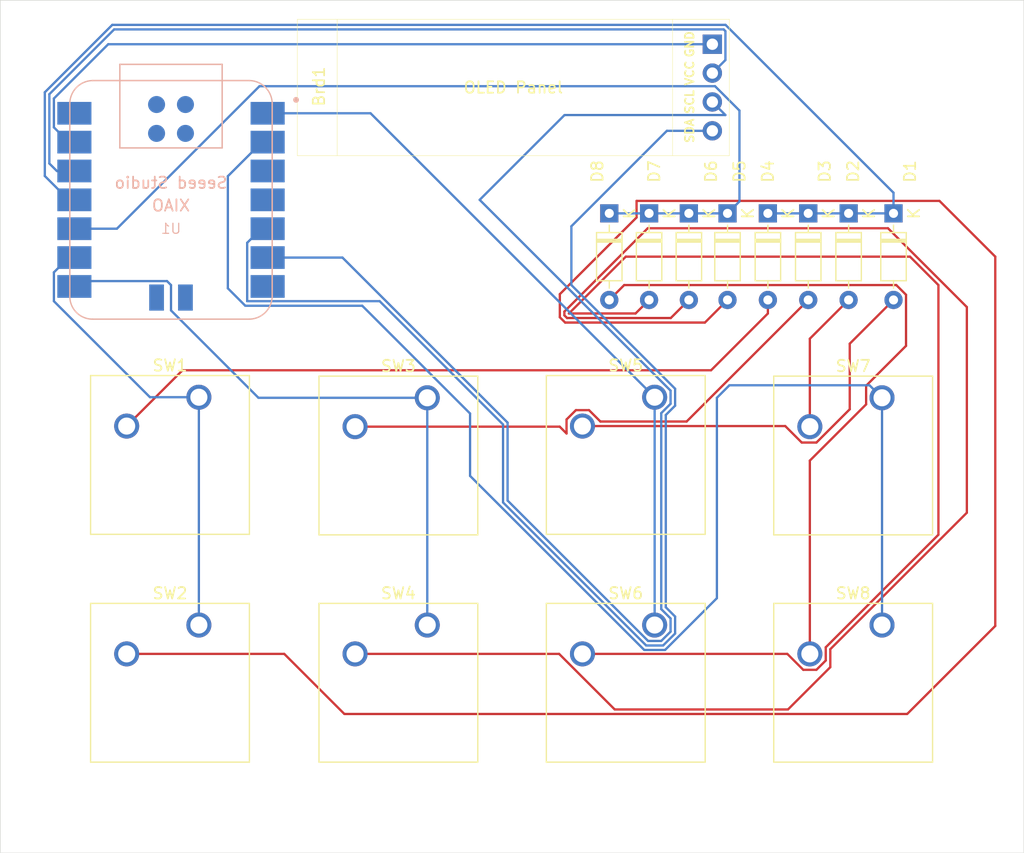
<source format=kicad_pcb>
(kicad_pcb (version 20240108) (generator "pcbnew") (generator_version "8.0")
  (layers (0 "F.Cu" signal) (31 "B.Cu" signal) (34 "B.Paste" user) (35 "F.Paste" user) (36 "B.SilkS" user "B.Silkscreen") (37 "F.SilkS" user "F.Silkscreen") (38 "B.Mask" user) (39 "F.Mask" user) (44 "Edge.Cuts" user))
  (net 0 "")
  (net 1 "+3.3V")
  (net 2 "SCL")
  (net 3 "SDA")
  (net 4 "GND")
  (net 5 "Net-(D1-A)")
  (net 6 "Row 1")
  (net 7 "Net-(D2-A)")
  (net 8 "Net-(D3-A)")
  (net 9 "Net-(D4-A)")
  (net 10 "Row 2")
  (net 11 "Net-(D5-A)")
  (net 12 "Net-(D6-A)")
  (net 13 "Net-(D7-A)")
  (net 14 "Net-(D8-A)")
  (net 15 "Col 1")
  (net 16 "Col 2")
  (net 17 "Col 3")
  (net 18 "Col 4")
  (footprint "Button_Switch_Keyboard:SW_Cherry_MX_1.00u_PCB" (layer "F.Cu") (at 152.54 59.87)
    (property "Reference" "SW5" (at -2.54 -2.794 0) (layer "F.SilkS"))
    (property "Value" "SW_Push")
    (fp_line (start -9.525 -1.905) (end 4.445 -1.905) (stroke (width 0.12)) (layer "F.SilkS"))
    (fp_line (start -9.525 12.065) (end -9.525 -1.905) (stroke (width 0.12)) (layer "F.SilkS"))
    (fp_line (start 4.445 -1.905) (end 4.445 12.065) (stroke (width 0.12)) (layer "F.SilkS"))
    (fp_line (start 4.445 12.065) (end -9.525 12.065) (stroke (width 0.12)) (layer "F.SilkS"))
    (pad "" np_thru_hole circle (at -7.62 5.08) (size 1.7 1.7) (drill 1.7) (layers "*.Cu" "*.Mask"))
    (pad "" np_thru_hole circle (at -2.54 5.08) (size 4 4) (drill 4) (layers "*.Cu" "*.Mask"))
    (pad "" np_thru_hole circle (at 2.54 5.08) (size 1.7 1.7) (drill 1.7) (layers "*.Cu" "*.Mask"))
    (pad "1" thru_hole circle (at 0 0) (size 2.2 2.2) (drill 1.5) (layers "*.Cu" "*.Mask") (net 17 "Col 3"))
    (pad "2" thru_hole circle (at -6.35 2.54) (size 2.2 2.2) (drill 1.5) (layers "*.Cu" "*.Mask") (net 5 "Net-(D1-A)"))
  )
  (footprint "Diode_THT:D_DO-35_SOD27_P7.62mm_Horizontal" (layer "F.Cu") (at 162.5 43.69 -90)
    (property "Reference" "D4" (at -3.69 0 90) (layer "F.SilkS"))
    (property "Value" "1N4148")
    (fp_line (start 1.69 1.12) (end 5.93 1.12) (stroke (width 0.12)) (layer "F.SilkS"))
    (fp_line (start 5.93 1.12) (end 5.93 -1.12) (stroke (width 0.12)) (layer "F.SilkS"))
    (fp_line (start 1.04 0) (end 1.69 0) (stroke (width 0.12)) (layer "F.SilkS"))
    (fp_line (start 6.58 0) (end 5.93 0) (stroke (width 0.12)) (layer "F.SilkS"))
    (fp_line (start 1.69 -1.12) (end 1.69 1.12) (stroke (width 0.12)) (layer "F.SilkS"))
    (fp_line (start 2.29 -1.12) (end 2.29 1.12) (stroke (width 0.12)) (layer "F.SilkS"))
    (fp_line (start 2.41 -1.12) (end 2.41 1.12) (stroke (width 0.12)) (layer "F.SilkS"))
    (fp_line (start 2.53 -1.12) (end 2.53 1.12) (stroke (width 0.12)) (layer "F.SilkS"))
    (fp_line (start 5.93 -1.12) (end 1.69 -1.12) (stroke (width 0.12)) (layer "F.SilkS"))
    (fp_text user "K" (at 0 -1.8 90) (layer "F.SilkS"))
    (pad "1" thru_hole rect (at 0 0 270) (size 1.6 1.6) (drill 0.8) (layers "*.Cu" "*.Mask") (net 6 "Row 1"))
    (pad "2" thru_hole oval (at 7.62 0 270) (size 1.6 1.6) (drill 0.8) (layers "*.Cu" "*.Mask") (net 9 "Net-(D4-A)"))
  )
  (footprint "Button_Switch_Keyboard:SW_Cherry_MX_1.00u_PCB" (layer "F.Cu") (at 112.451 59.87)
    (property "Reference" "SW1" (at -2.54 -2.794 0) (layer "F.SilkS"))
    (property "Value" "SW_Push")
    (fp_line (start -9.525 -1.905) (end 4.445 -1.905) (stroke (width 0.12)) (layer "F.SilkS"))
    (fp_line (start -9.525 12.065) (end -9.525 -1.905) (stroke (width 0.12)) (layer "F.SilkS"))
    (fp_line (start 4.445 -1.905) (end 4.445 12.065) (stroke (width 0.12)) (layer "F.SilkS"))
    (fp_line (start 4.445 12.065) (end -9.525 12.065) (stroke (width 0.12)) (layer "F.SilkS"))
    (pad "" np_thru_hole circle (at -7.62 5.08) (size 1.7 1.7) (drill 1.7) (layers "*.Cu" "*.Mask"))
    (pad "" np_thru_hole circle (at -2.54 5.08) (size 4 4) (drill 4) (layers "*.Cu" "*.Mask"))
    (pad "" np_thru_hole circle (at 2.54 5.08) (size 1.7 1.7) (drill 1.7) (layers "*.Cu" "*.Mask"))
    (pad "1" thru_hole circle (at 0 0) (size 2.2 2.2) (drill 1.5) (layers "*.Cu" "*.Mask") (net 15 "Col 1"))
    (pad "2" thru_hole circle (at -6.35 2.54) (size 2.2 2.2) (drill 1.5) (layers "*.Cu" "*.Mask") (net 9 "Net-(D4-A)"))
  )
  (footprint "Diode_THT:D_DO-35_SOD27_P7.62mm_Horizontal" (layer "F.Cu") (at 173.55 43.69 -90)
    (property "Reference" "D1" (at -3.69 -1.45 90) (layer "F.SilkS"))
    (property "Value" "1N4148")
    (fp_line (start 1.69 1.12) (end 5.93 1.12) (stroke (width 0.12)) (layer "F.SilkS"))
    (fp_line (start 5.93 1.12) (end 5.93 -1.12) (stroke (width 0.12)) (layer "F.SilkS"))
    (fp_line (start 1.04 0) (end 1.69 0) (stroke (width 0.12)) (layer "F.SilkS"))
    (fp_line (start 6.58 0) (end 5.93 0) (stroke (width 0.12)) (layer "F.SilkS"))
    (fp_line (start 1.69 -1.12) (end 1.69 1.12) (stroke (width 0.12)) (layer "F.SilkS"))
    (fp_line (start 2.29 -1.12) (end 2.29 1.12) (stroke (width 0.12)) (layer "F.SilkS"))
    (fp_line (start 2.41 -1.12) (end 2.41 1.12) (stroke (width 0.12)) (layer "F.SilkS"))
    (fp_line (start 2.53 -1.12) (end 2.53 1.12) (stroke (width 0.12)) (layer "F.SilkS"))
    (fp_line (start 5.93 -1.12) (end 1.69 -1.12) (stroke (width 0.12)) (layer "F.SilkS"))
    (fp_text user "K" (at 0 -1.8 90) (layer "F.SilkS"))
    (pad "1" thru_hole rect (at 0 0 270) (size 1.6 1.6) (drill 0.8) (layers "*.Cu" "*.Mask") (net 6 "Row 1"))
    (pad "2" thru_hole oval (at 7.62 0 270) (size 1.6 1.6) (drill 0.8) (layers "*.Cu" "*.Mask") (net 5 "Net-(D1-A)"))
  )
  (footprint "Button_Switch_Keyboard:SW_Cherry_MX_1.00u_PCB" (layer "F.Cu") (at 172.54 79.92)
    (property "Reference" "SW8" (at -2.54 -2.794 0) (layer "F.SilkS"))
    (property "Value" "SW_Push")
    (fp_line (start -9.525 -1.905) (end 4.445 -1.905) (stroke (width 0.12)) (layer "F.SilkS"))
    (fp_line (start -9.525 12.065) (end -9.525 -1.905) (stroke (width 0.12)) (layer "F.SilkS"))
    (fp_line (start 4.445 -1.905) (end 4.445 12.065) (stroke (width 0.12)) (layer "F.SilkS"))
    (fp_line (start 4.445 12.065) (end -9.525 12.065) (stroke (width 0.12)) (layer "F.SilkS"))
    (pad "" np_thru_hole circle (at -7.62 5.08) (size 1.7 1.7) (drill 1.7) (layers "*.Cu" "*.Mask"))
    (pad "" np_thru_hole circle (at -2.54 5.08) (size 4 4) (drill 4) (layers "*.Cu" "*.Mask"))
    (pad "" np_thru_hole circle (at 2.54 5.08) (size 1.7 1.7) (drill 1.7) (layers "*.Cu" "*.Mask"))
    (pad "1" thru_hole circle (at 0 0) (size 2.2 2.2) (drill 1.5) (layers "*.Cu" "*.Mask") (net 18 "Col 4"))
    (pad "2" thru_hole circle (at -6.35 2.54) (size 2.2 2.2) (drill 1.5) (layers "*.Cu" "*.Mask") (net 14 "Net-(D8-A)"))
  )
  (footprint "Button_Switch_Keyboard:SW_Cherry_MX_1.00u_PCB" (layer "F.Cu") (at 172.54 59.92)
    (property "Reference" "SW7" (at -2.54 -2.794 0) (layer "F.SilkS"))
    (property "Value" "SW_Push")
    (fp_line (start -9.525 -1.905) (end 4.445 -1.905) (stroke (width 0.12)) (layer "F.SilkS"))
    (fp_line (start -9.525 12.065) (end -9.525 -1.905) (stroke (width 0.12)) (layer "F.SilkS"))
    (fp_line (start 4.445 -1.905) (end 4.445 12.065) (stroke (width 0.12)) (layer "F.SilkS"))
    (fp_line (start 4.445 12.065) (end -9.525 12.065) (stroke (width 0.12)) (layer "F.SilkS"))
    (pad "" np_thru_hole circle (at -7.62 5.08) (size 1.7 1.7) (drill 1.7) (layers "*.Cu" "*.Mask"))
    (pad "" np_thru_hole circle (at -2.54 5.08) (size 4 4) (drill 4) (layers "*.Cu" "*.Mask"))
    (pad "" np_thru_hole circle (at 2.54 5.08) (size 1.7 1.7) (drill 1.7) (layers "*.Cu" "*.Mask"))
    (pad "1" thru_hole circle (at 0 0) (size 2.2 2.2) (drill 1.5) (layers "*.Cu" "*.Mask") (net 18 "Col 4"))
    (pad "2" thru_hole circle (at -6.35 2.54) (size 2.2 2.2) (drill 1.5) (layers "*.Cu" "*.Mask") (net 7 "Net-(D2-A)"))
  )
  (footprint "Diode_THT:D_DO-35_SOD27_P7.62mm_Horizontal" (layer "F.Cu") (at 155.55 43.69 -90)
    (property "Reference" "D6" (at -3.69 -1.95 90) (layer "F.SilkS"))
    (property "Value" "1N4148")
    (fp_line (start 1.69 1.12) (end 5.93 1.12) (stroke (width 0.12)) (layer "F.SilkS"))
    (fp_line (start 5.93 1.12) (end 5.93 -1.12) (stroke (width 0.12)) (layer "F.SilkS"))
    (fp_line (start 1.04 0) (end 1.69 0) (stroke (width 0.12)) (layer "F.SilkS"))
    (fp_line (start 6.58 0) (end 5.93 0) (stroke (width 0.12)) (layer "F.SilkS"))
    (fp_line (start 1.69 -1.12) (end 1.69 1.12) (stroke (width 0.12)) (layer "F.SilkS"))
    (fp_line (start 2.29 -1.12) (end 2.29 1.12) (stroke (width 0.12)) (layer "F.SilkS"))
    (fp_line (start 2.41 -1.12) (end 2.41 1.12) (stroke (width 0.12)) (layer "F.SilkS"))
    (fp_line (start 2.53 -1.12) (end 2.53 1.12) (stroke (width 0.12)) (layer "F.SilkS"))
    (fp_line (start 5.93 -1.12) (end 1.69 -1.12) (stroke (width 0.12)) (layer "F.SilkS"))
    (fp_text user "K" (at 0 -1.8 90) (layer "F.SilkS"))
    (pad "1" thru_hole rect (at 0 0 270) (size 1.6 1.6) (drill 0.8) (layers "*.Cu" "*.Mask") (net 10 "Row 2"))
    (pad "2" thru_hole oval (at 7.62 0 270) (size 1.6 1.6) (drill 0.8) (layers "*.Cu" "*.Mask") (net 12 "Net-(D6-A)"))
  )
  (footprint "Button_Switch_Keyboard:SW_Cherry_MX_1.00u_PCB" (layer "F.Cu") (at 112.451 79.92)
    (property "Reference" "SW2" (at -2.54 -2.794 0) (layer "F.SilkS"))
    (property "Value" "SW_Push")
    (fp_line (start -9.525 -1.905) (end 4.445 -1.905) (stroke (width 0.12)) (layer "F.SilkS"))
    (fp_line (start -9.525 12.065) (end -9.525 -1.905) (stroke (width 0.12)) (layer "F.SilkS"))
    (fp_line (start 4.445 -1.905) (end 4.445 12.065) (stroke (width 0.12)) (layer "F.SilkS"))
    (fp_line (start 4.445 12.065) (end -9.525 12.065) (stroke (width 0.12)) (layer "F.SilkS"))
    (pad "" np_thru_hole circle (at -7.62 5.08) (size 1.7 1.7) (drill 1.7) (layers "*.Cu" "*.Mask"))
    (pad "" np_thru_hole circle (at -2.54 5.08) (size 4 4) (drill 4) (layers "*.Cu" "*.Mask"))
    (pad "" np_thru_hole circle (at 2.54 5.08) (size 1.7 1.7) (drill 1.7) (layers "*.Cu" "*.Mask"))
    (pad "1" thru_hole circle (at 0 0) (size 2.2 2.2) (drill 1.5) (layers "*.Cu" "*.Mask") (net 15 "Col 1"))
    (pad "2" thru_hole circle (at -6.35 2.54) (size 2.2 2.2) (drill 1.5) (layers "*.Cu" "*.Mask") (net 11 "Net-(D5-A)"))
  )
  (footprint "Diode_THT:D_DO-35_SOD27_P7.62mm_Horizontal" (layer "F.Cu") (at 158.95 43.69 -90)
    (property "Reference" "D5" (at -3.69 -1.05 90) (layer "F.SilkS"))
    (property "Value" "1N4148")
    (fp_line (start 1.69 1.12) (end 5.93 1.12) (stroke (width 0.12)) (layer "F.SilkS"))
    (fp_line (start 5.93 1.12) (end 5.93 -1.12) (stroke (width 0.12)) (layer "F.SilkS"))
    (fp_line (start 1.04 0) (end 1.69 0) (stroke (width 0.12)) (layer "F.SilkS"))
    (fp_line (start 6.58 0) (end 5.93 0) (stroke (width 0.12)) (layer "F.SilkS"))
    (fp_line (start 1.69 -1.12) (end 1.69 1.12) (stroke (width 0.12)) (layer "F.SilkS"))
    (fp_line (start 2.29 -1.12) (end 2.29 1.12) (stroke (width 0.12)) (layer "F.SilkS"))
    (fp_line (start 2.41 -1.12) (end 2.41 1.12) (stroke (width 0.12)) (layer "F.SilkS"))
    (fp_line (start 2.53 -1.12) (end 2.53 1.12) (stroke (width 0.12)) (layer "F.SilkS"))
    (fp_line (start 5.93 -1.12) (end 1.69 -1.12) (stroke (width 0.12)) (layer "F.SilkS"))
    (fp_text user "K" (at 0 -1.8 90) (layer "F.SilkS"))
    (pad "1" thru_hole rect (at 0 0 270) (size 1.6 1.6) (drill 0.8) (layers "*.Cu" "*.Mask") (net 10 "Row 2"))
    (pad "2" thru_hole oval (at 7.62 0 270) (size 1.6 1.6) (drill 0.8) (layers "*.Cu" "*.Mask") (net 11 "Net-(D5-A)"))
  )
  (footprint "Diode_THT:D_DO-35_SOD27_P7.62mm_Horizontal" (layer "F.Cu") (at 169.6 43.69 -90)
    (property "Reference" "D2" (at -3.69 -0.4 90) (layer "F.SilkS"))
    (property "Value" "1N4148")
    (fp_line (start 1.69 1.12) (end 5.93 1.12) (stroke (width 0.12)) (layer "F.SilkS"))
    (fp_line (start 5.93 1.12) (end 5.93 -1.12) (stroke (width 0.12)) (layer "F.SilkS"))
    (fp_line (start 1.04 0) (end 1.69 0) (stroke (width 0.12)) (layer "F.SilkS"))
    (fp_line (start 6.58 0) (end 5.93 0) (stroke (width 0.12)) (layer "F.SilkS"))
    (fp_line (start 1.69 -1.12) (end 1.69 1.12) (stroke (width 0.12)) (layer "F.SilkS"))
    (fp_line (start 2.29 -1.12) (end 2.29 1.12) (stroke (width 0.12)) (layer "F.SilkS"))
    (fp_line (start 2.41 -1.12) (end 2.41 1.12) (stroke (width 0.12)) (layer "F.SilkS"))
    (fp_line (start 2.53 -1.12) (end 2.53 1.12) (stroke (width 0.12)) (layer "F.SilkS"))
    (fp_line (start 5.93 -1.12) (end 1.69 -1.12) (stroke (width 0.12)) (layer "F.SilkS"))
    (fp_text user "K" (at 0 -1.8 90) (layer "F.SilkS"))
    (pad "1" thru_hole rect (at 0 0 270) (size 1.6 1.6) (drill 0.8) (layers "*.Cu" "*.Mask") (net 6 "Row 1"))
    (pad "2" thru_hole oval (at 7.62 0 270) (size 1.6 1.6) (drill 0.8) (layers "*.Cu" "*.Mask") (net 7 "Net-(D2-A)"))
  )
  (footprint "Button_Switch_Keyboard:SW_Cherry_MX_1.00u_PCB" (layer "F.Cu") (at 132.54 79.92)
    (property "Reference" "SW4" (at -2.54 -2.794 0) (layer "F.SilkS"))
    (property "Value" "SW_Push")
    (fp_line (start -9.525 -1.905) (end 4.445 -1.905) (stroke (width 0.12)) (layer "F.SilkS"))
    (fp_line (start -9.525 12.065) (end -9.525 -1.905) (stroke (width 0.12)) (layer "F.SilkS"))
    (fp_line (start 4.445 -1.905) (end 4.445 12.065) (stroke (width 0.12)) (layer "F.SilkS"))
    (fp_line (start 4.445 12.065) (end -9.525 12.065) (stroke (width 0.12)) (layer "F.SilkS"))
    (pad "" np_thru_hole circle (at -7.62 5.08) (size 1.7 1.7) (drill 1.7) (layers "*.Cu" "*.Mask"))
    (pad "" np_thru_hole circle (at -2.54 5.08) (size 4 4) (drill 4) (layers "*.Cu" "*.Mask"))
    (pad "" np_thru_hole circle (at 2.54 5.08) (size 1.7 1.7) (drill 1.7) (layers "*.Cu" "*.Mask"))
    (pad "1" thru_hole circle (at 0 0) (size 2.2 2.2) (drill 1.5) (layers "*.Cu" "*.Mask") (net 16 "Col 2"))
    (pad "2" thru_hole circle (at -6.35 2.54) (size 2.2 2.2) (drill 1.5) (layers "*.Cu" "*.Mask") (net 12 "Net-(D6-A)"))
  )
  (footprint "Button_Switch_Keyboard:SW_Cherry_MX_1.00u_PCB" (layer "F.Cu") (at 132.54 59.92)
    (property "Reference" "SW3" (at -2.54 -2.794 0) (layer "F.SilkS"))
    (property "Value" "SW_Push")
    (fp_line (start -9.525 -1.905) (end 4.445 -1.905) (stroke (width 0.12)) (layer "F.SilkS"))
    (fp_line (start -9.525 12.065) (end -9.525 -1.905) (stroke (width 0.12)) (layer "F.SilkS"))
    (fp_line (start 4.445 -1.905) (end 4.445 12.065) (stroke (width 0.12)) (layer "F.SilkS"))
    (fp_line (start 4.445 12.065) (end -9.525 12.065) (stroke (width 0.12)) (layer "F.SilkS"))
    (pad "" np_thru_hole circle (at -7.62 5.08) (size 1.7 1.7) (drill 1.7) (layers "*.Cu" "*.Mask"))
    (pad "" np_thru_hole circle (at -2.54 5.08) (size 4 4) (drill 4) (layers "*.Cu" "*.Mask"))
    (pad "" np_thru_hole circle (at 2.54 5.08) (size 1.7 1.7) (drill 1.7) (layers "*.Cu" "*.Mask"))
    (pad "1" thru_hole circle (at 0 0) (size 2.2 2.2) (drill 1.5) (layers "*.Cu" "*.Mask") (net 16 "Col 2"))
    (pad "2" thru_hole circle (at -6.35 2.54) (size 2.2 2.2) (drill 1.5) (layers "*.Cu" "*.Mask") (net 8 "Net-(D3-A)"))
  )
  (footprint "Diode_THT:D_DO-35_SOD27_P7.62mm_Horizontal" (layer "F.Cu") (at 166.05 43.69 -90)
    (property "Reference" "D3" (at -3.69 -1.45 90) (layer "F.SilkS"))
    (property "Value" "1N4148")
    (fp_line (start 1.69 1.12) (end 5.93 1.12) (stroke (width 0.12)) (layer "F.SilkS"))
    (fp_line (start 5.93 1.12) (end 5.93 -1.12) (stroke (width 0.12)) (layer "F.SilkS"))
    (fp_line (start 1.04 0) (end 1.69 0) (stroke (width 0.12)) (layer "F.SilkS"))
    (fp_line (start 6.58 0) (end 5.93 0) (stroke (width 0.12)) (layer "F.SilkS"))
    (fp_line (start 1.69 -1.12) (end 1.69 1.12) (stroke (width 0.12)) (layer "F.SilkS"))
    (fp_line (start 2.29 -1.12) (end 2.29 1.12) (stroke (width 0.12)) (layer "F.SilkS"))
    (fp_line (start 2.41 -1.12) (end 2.41 1.12) (stroke (width 0.12)) (layer "F.SilkS"))
    (fp_line (start 2.53 -1.12) (end 2.53 1.12) (stroke (width 0.12)) (layer "F.SilkS"))
    (fp_line (start 5.93 -1.12) (end 1.69 -1.12) (stroke (width 0.12)) (layer "F.SilkS"))
    (fp_text user "K" (at 0 -1.8 90) (layer "F.SilkS"))
    (pad "1" thru_hole rect (at 0 0 270) (size 1.6 1.6) (drill 0.8) (layers "*.Cu" "*.Mask") (net 6 "Row 1"))
    (pad "2" thru_hole oval (at 7.62 0 270) (size 1.6 1.6) (drill 0.8) (layers "*.Cu" "*.Mask") (net 8 "Net-(D3-A)"))
  )
  (footprint "OLED-LIB:SSD1306-0.91-OLED-4pin-128x32" (layer "F.Cu") (at 121.115 26.615)
    (property "Reference" "Brd1" (at 1.9 5.91 90) (layer "F.SilkS"))
    (property "Value" "SSD1306")
    (fp_line (start 0 0) (end 0 12) (stroke (width 0.04)) (layer "F.SilkS"))
    (fp_line (start 0 12) (end 38 12) (stroke (width 0.04)) (layer "F.SilkS"))
    (fp_line (start 3.5 0) (end 3.5 12) (stroke (width 0.04)) (layer "F.SilkS"))
    (fp_line (start 33 0) (end 33 12) (stroke (width 0.04)) (layer "F.SilkS"))
    (fp_line (start 38 0) (end 0 0) (stroke (width 0.04)) (layer "F.SilkS"))
    (fp_line (start 38 12) (end 38 0) (stroke (width 0.04)) (layer "F.SilkS"))
    (fp_text user "SDA" (at 34.5 9.81 -90) (layer "F.SilkS") (effects (font (size 0.75 0.75))))
    (fp_text user "GND" (at 34.5 2.19 -90) (layer "F.SilkS") (effects (font (size 0.75 0.75))))
    (fp_text user "OLED Panel" (at 19 6 0) (layer "F.SilkS"))
    (fp_text user "SCL" (at 34.5 7.27 -90) (layer "F.SilkS") (effects (font (size 0.75 0.75))))
    (fp_text user "VCC" (at 34.5 4.73 -90) (layer "F.SilkS") (effects (font (size 0.75 0.75))))
    (pad "1" thru_hole rect (at 36.5 2.19) (size 1.7 1.7) (drill 1) (layers "*.Cu" "*.Mask") (net 4 "GND"))
    (pad "2" thru_hole oval (at 36.5 4.73) (size 1.7 1.7) (drill 1) (layers "*.Cu" "*.Mask") (net 1 "+3.3V"))
    (pad "3" thru_hole oval (at 36.5 7.27) (size 1.7 1.7) (drill 1) (layers "*.Cu" "*.Mask") (net 2 "SCL"))
    (pad "4" thru_hole oval (at 36.5 9.81) (size 1.7 1.7) (drill 1) (layers "*.Cu" "*.Mask") (net 3 "SDA"))
  )
  (footprint "Diode_THT:D_DO-35_SOD27_P7.62mm_Horizontal" (layer "F.Cu") (at 152.05 43.69 -90)
    (property "Reference" "D7" (at -3.69 -0.45 90) (layer "F.SilkS"))
    (property "Value" "1N4148")
    (fp_line (start 1.69 1.12) (end 5.93 1.12) (stroke (width 0.12)) (layer "F.SilkS"))
    (fp_line (start 5.93 1.12) (end 5.93 -1.12) (stroke (width 0.12)) (layer "F.SilkS"))
    (fp_line (start 1.04 0) (end 1.69 0) (stroke (width 0.12)) (layer "F.SilkS"))
    (fp_line (start 6.58 0) (end 5.93 0) (stroke (width 0.12)) (layer "F.SilkS"))
    (fp_line (start 1.69 -1.12) (end 1.69 1.12) (stroke (width 0.12)) (layer "F.SilkS"))
    (fp_line (start 2.29 -1.12) (end 2.29 1.12) (stroke (width 0.12)) (layer "F.SilkS"))
    (fp_line (start 2.41 -1.12) (end 2.41 1.12) (stroke (width 0.12)) (layer "F.SilkS"))
    (fp_line (start 2.53 -1.12) (end 2.53 1.12) (stroke (width 0.12)) (layer "F.SilkS"))
    (fp_line (start 5.93 -1.12) (end 1.69 -1.12) (stroke (width 0.12)) (layer "F.SilkS"))
    (fp_text user "K" (at 0 -1.8 90) (layer "F.SilkS"))
    (pad "1" thru_hole rect (at 0 0 270) (size 1.6 1.6) (drill 0.8) (layers "*.Cu" "*.Mask") (net 10 "Row 2"))
    (pad "2" thru_hole oval (at 7.62 0 270) (size 1.6 1.6) (drill 0.8) (layers "*.Cu" "*.Mask") (net 13 "Net-(D7-A)"))
  )
  (footprint "Button_Switch_Keyboard:SW_Cherry_MX_1.00u_PCB" (layer "F.Cu") (at 152.54 79.92)
    (property "Reference" "SW6" (at -2.54 -2.794 0) (layer "F.SilkS"))
    (property "Value" "SW_Push")
    (fp_line (start -9.525 -1.905) (end 4.445 -1.905) (stroke (width 0.12)) (layer "F.SilkS"))
    (fp_line (start -9.525 12.065) (end -9.525 -1.905) (stroke (width 0.12)) (layer "F.SilkS"))
    (fp_line (start 4.445 -1.905) (end 4.445 12.065) (stroke (width 0.12)) (layer "F.SilkS"))
    (fp_line (start 4.445 12.065) (end -9.525 12.065) (stroke (width 0.12)) (layer "F.SilkS"))
    (pad "" np_thru_hole circle (at -7.62 5.08) (size 1.7 1.7) (drill 1.7) (layers "*.Cu" "*.Mask"))
    (pad "" np_thru_hole circle (at -2.54 5.08) (size 4 4) (drill 4) (layers "*.Cu" "*.Mask"))
    (pad "" np_thru_hole circle (at 2.54 5.08) (size 1.7 1.7) (drill 1.7) (layers "*.Cu" "*.Mask"))
    (pad "1" thru_hole circle (at 0 0) (size 2.2 2.2) (drill 1.5) (layers "*.Cu" "*.Mask") (net 17 "Col 3"))
    (pad "2" thru_hole circle (at -6.35 2.54) (size 2.2 2.2) (drill 1.5) (layers "*.Cu" "*.Mask") (net 13 "Net-(D7-A)"))
  )
  (footprint "Diode_THT:D_DO-35_SOD27_P7.62mm_Horizontal" (layer "F.Cu") (at 148.55 43.69 -90)
    (property "Reference" "D8" (at -3.69 1.05 90) (layer "F.SilkS"))
    (property "Value" "1N4148")
    (fp_line (start 1.69 1.12) (end 5.93 1.12) (stroke (width 0.12)) (layer "F.SilkS"))
    (fp_line (start 5.93 1.12) (end 5.93 -1.12) (stroke (width 0.12)) (layer "F.SilkS"))
    (fp_line (start 1.04 0) (end 1.69 0) (stroke (width 0.12)) (layer "F.SilkS"))
    (fp_line (start 6.58 0) (end 5.93 0) (stroke (width 0.12)) (layer "F.SilkS"))
    (fp_line (start 1.69 -1.12) (end 1.69 1.12) (stroke (width 0.12)) (layer "F.SilkS"))
    (fp_line (start 2.29 -1.12) (end 2.29 1.12) (stroke (width 0.12)) (layer "F.SilkS"))
    (fp_line (start 2.41 -1.12) (end 2.41 1.12) (stroke (width 0.12)) (layer "F.SilkS"))
    (fp_line (start 2.53 -1.12) (end 2.53 1.12) (stroke (width 0.12)) (layer "F.SilkS"))
    (fp_line (start 5.93 -1.12) (end 1.69 -1.12) (stroke (width 0.12)) (layer "F.SilkS"))
    (fp_text user "K" (at 0 -1.8 90) (layer "F.SilkS"))
    (pad "1" thru_hole rect (at 0 0 270) (size 1.6 1.6) (drill 0.8) (layers "*.Cu" "*.Mask") (net 10 "Row 2"))
    (pad "2" thru_hole oval (at 7.62 0 270) (size 1.6 1.6) (drill 0.8) (layers "*.Cu" "*.Mask") (net 14 "Net-(D8-A)"))
  )
  (footprint "Seeed Studio XIAO Series Library:XIAO-SAMD21-RP2040-14P-2.54-21X17.8MM (Seeeduino XIAO)" (layer "B.Cu") (at 110 42.5 180)
    (property "Reference" "U1" (at 0 -2.54 180) (layer "B.SilkS") (effects (font (size 0.889 0.889) (thickness 0.1016)) (justify mirror)))
    (property "Value" "Seeed Studio XIAO SAMD21" (hide yes))
    (fp_line (start 8.9 8.5) (end 8.9 -8.5) (stroke (width 0.127)) (layer "B.SilkS"))
    (fp_line (start 6.9 -10.5) (end -6.9 -10.5) (stroke (width 0.127)) (layer "B.SilkS"))
    (fp_line (start 4.5 11.92403) (end -4.5 11.92403) (stroke (width 0.127)) (layer "B.SilkS"))
    (fp_line (start 4.5 4.57073) (end 4.5 11.92403) (stroke (width 0.127)) (layer "B.SilkS"))
    (fp_line (start -4.5 11.92403) (end -4.5 4.57073) (stroke (width 0.127)) (layer "B.SilkS"))
    (fp_line (start -4.5 4.57073) (end 4.5 4.57073) (stroke (width 0.127)) (layer "B.SilkS"))
    (fp_line (start -6.9 10.49909) (end 6.9 10.49909) (stroke (width 0.127)) (layer "B.SilkS"))
    (fp_line (start -8.9 -8.5) (end -8.9 8.5) (stroke (width 0.127)) (layer "B.SilkS"))
    (fp_arc (start 8.9 8.5) (mid 8.301494 9.901494) (end 6.9 10.5) (stroke (width 0.12)) (layer "B.SilkS"))
    (fp_arc (start 6.9 -10.5) (mid 8.314214 -9.914214) (end 8.9 -8.5) (stroke (width 0.12)) (layer "B.SilkS"))
    (fp_arc (start -6.9 10.5) (mid -8.301491 9.901491) (end -8.9 8.5) (stroke (width 0.12)) (layer "B.SilkS"))
    (fp_arc (start -8.9 -8.5) (mid -8.301423 -9.901423) (end -6.9 -10.5) (stroke (width 0.12)) (layer "B.SilkS"))
    (fp_circle (center -11 8.8) (end -11 9.054) (fill solid) (layer "B.SilkS"))
    (fp_poly (pts (xy -8.887715 8.561705) (xy -8.884667 8.610473) (xy -8.880603 8.659494)) (stroke (width 0.0254)) (fill none) (layer "B.SilkS"))
    (fp_poly (pts (xy 8.889492 -8.521574) (xy 8.887713 -8.57085) (xy 8.884665 -8.619618) (xy 8.880601 -8.668639) (xy 8.875268 -8.717407) (xy 8.868664 -8.766175) (xy 8.861044 -8.81469) (xy 8.852153 -8.86295) (xy 8.842248 -8.910955)) (stroke (width 0.0254)) (fill none) (layer "B.SilkS"))
    (fp_text user "Seeed Studio" (at 0 1.5 0) (layer "B.SilkS") (effects (justify mirror)))
    (fp_text user "XIAO" (at 0 -0.5 0) (layer "B.SilkS") (effects (justify mirror)))
    (pad "1" smd rect (at -8.5 7.62 180) (size 3 2) (layers "B.Cu" "B.Paste" "B.Mask") (net 17 "Col 3"))
    (pad "2" smd rect (at -8.5 5.08 180) (size 3 2) (layers "B.Cu" "B.Paste" "B.Mask") (net 18 "Col 4"))
    (pad "3" smd rect (at -8.5 2.54 180) (size 3 2) (layers "B.Cu" "B.Paste" "B.Mask"))
    (pad "4" smd rect (at -8.5 0 180) (size 3 2) (layers "B.Cu" "B.Paste" "B.Mask"))
    (pad "5" smd rect (at -8.5 -2.54 180) (size 3 2) (layers "B.Cu" "B.Paste" "B.Mask") (net 3 "SDA"))
    (pad "6" smd rect (at -8.5 -5.08) (size 3 2) (layers "B.Cu" "B.Paste" "B.Mask") (net 2 "SCL"))
    (pad "7" smd rect (at -8.5 -7.62 180) (size 3 2) (layers "B.Cu" "B.Paste" "B.Mask"))
    (pad "8" smd rect (at 8.5 -7.62 180) (size 3 2) (layers "B.Cu" "B.Paste" "B.Mask") (net 16 "Col 2"))
    (pad "9" smd rect (at 8.5 -5.08 180) (size 3 2) (layers "B.Cu" "B.Paste" "B.Mask") (net 15 "Col 1"))
    (pad "10" smd rect (at 8.5 -2.54 180) (size 3 2) (layers "B.Cu" "B.Paste" "B.Mask") (net 10 "Row 2"))
    (pad "11" smd rect (at 8.5 0 180) (size 3 2) (layers "B.Cu" "B.Paste" "B.Mask") (net 6 "Row 1"))
    (pad "12" smd rect (at 8.5 2.54 180) (size 3 2) (layers "B.Cu" "B.Paste" "B.Mask") (net 1 "+3.3V"))
    (pad "13" smd rect (at 8.5 5.08 180) (size 3 2) (layers "B.Cu" "B.Paste" "B.Mask") (net 4 "GND"))
    (pad "14" smd rect (at 8.5 7.62 180) (size 3 2) (layers "B.Cu" "B.Paste" "B.Mask"))
    (pad "15" smd circle (at -1.27 8.39 90) (size 1.5 1.5) (layers "B.Cu" "B.Paste" "B.Mask"))
    (pad "16" smd circle (at 1.27 8.39 90) (size 1.5 1.5) (layers "B.Cu" "B.Paste" "B.Mask"))
    (pad "17" smd circle (at -1.27 5.85 90) (size 1.5 1.5) (layers "B.Cu" "B.Paste" "B.Mask"))
    (pad "18" smd circle (at 1.27 5.85 90) (size 1.5 1.5) (layers "B.Cu" "B.Paste" "B.Mask"))
    (pad "19" smd rect (at -1.27 -8.6 90) (size 2.3 1.3) (layers "B.Cu" "B.Paste" "B.Mask"))
    (pad "20" smd rect (at 1.27 -8.6 90) (size 2.3 1.3) (layers "B.Cu" "B.Paste" "B.Mask"))
  )
  (gr_rect (start 94.983646 24.936528) (end 185.016354 99.967292) (stroke (width 0.05)) (fill none) (layer "Edge.Cuts"))
  (segment (start 158.61 27.5) (end 105 27.5) (width 0.2) (layer "B.Cu") (net 1))
  (segment (start 99.96 39.96) (end 101.5 39.96) (width 0.2) (layer "B.Cu") (net 1))
  (segment (start 158.765 30.195) (end 158.765 27.655) (width 0.2) (layer "B.Cu") (net 1))
  (segment (start 158.765 27.655) (end 158.61 27.5) (width 0.2) (layer "B.Cu") (net 1))
  (segment (start 105 27.5) (end 99.3 33.2) (width 0.2) (layer "B.Cu") (net 1))
  (segment (start 99.3 39.3) (end 99.96 39.96) (width 0.2) (layer "B.Cu") (net 1))
  (segment (start 157.615 31.345) (end 158.765 30.195) (width 0.2) (layer "B.Cu") (net 1))
  (segment (start 99.3 33.2) (end 99.3 39.3) (width 0.2) (layer "B.Cu") (net 1))
  (segment (start 151.960101 81.32) (end 139.604314 68.964213) (width 0.2) (layer "B.Cu") (net 2))
  (segment (start 153.94 60.449899) (end 153.119899 61.27) (width 0.2) (layer "B.Cu") (net 2))
  (segment (start 153.119899 78.52) (end 153.94 79.340101) (width 0.2) (layer "B.Cu") (net 2))
  (segment (start 157.615 33.885) (end 158.765 35.035) (width 0.2) (layer "B.Cu") (net 2))
  (segment (start 153.119899 61.27) (end 153.119899 78.52) (width 0.2) (layer "B.Cu") (net 2))
  (segment (start 139.604314 62.104314) (end 125.08 47.58) (width 0.2) (layer "B.Cu") (net 2))
  (segment (start 139.604314 68.964213) (end 139.604314 62.104314) (width 0.2) (layer "B.Cu") (net 2))
  (segment (start 153.94 59.290101) (end 153.94 60.449899) (width 0.2) (layer "B.Cu") (net 2))
  (segment (start 153.94 79.340101) (end 153.94 80.499899) (width 0.2) (layer "B.Cu") (net 2))
  (segment (start 137.149899 42.5) (end 153.94 59.290101) (width 0.2) (layer "B.Cu") (net 2))
  (segment (start 144.614899 35.035) (end 137.149899 42.5) (width 0.2) (layer "B.Cu") (net 2))
  (segment (start 153.119899 81.32) (end 151.960101 81.32) (width 0.2) (layer "B.Cu") (net 2))
  (segment (start 153.94 80.499899) (end 153.119899 81.32) (width 0.2) (layer "B.Cu") (net 2))
  (segment (start 125.08 47.58) (end 118.5 47.58) (width 0.2) (layer "B.Cu") (net 2))
  (segment (start 158.765 35.035) (end 144.614899 35.035) (width 0.2) (layer "B.Cu") (net 2))
  (segment (start 154.34 80.665585) (end 153.285585 81.72) (width 0.2) (layer "B.Cu") (net 3))
  (segment (start 153.519899 61.435686) (end 153.519899 78.354314) (width 0.2) (layer "B.Cu") (net 3))
  (segment (start 153.615 36.425) (end 145.215585 44.824415) (width 0.2) (layer "B.Cu") (net 3))
  (segment (start 145.215585 44.824415) (end 145.215585 50) (width 0.2) (layer "B.Cu") (net 3))
  (segment (start 139.204314 69.129899) (end 139.204314 62.27) (width 0.2) (layer "B.Cu") (net 3))
  (segment (start 145.215585 50) (end 154.34 59.124415) (width 0.2) (layer "B.Cu") (net 3))
  (segment (start 116.7 46.28) (end 117.94 45.04) (width 0.2) (layer "B.Cu") (net 3))
  (segment (start 151.794415 81.72) (end 139.204314 69.129899) (width 0.2) (layer "B.Cu") (net 3))
  (segment (start 153.519899 78.354314) (end 154.34 79.174415) (width 0.2) (layer "B.Cu") (net 3))
  (segment (start 116.7 51.42) (end 116.7 46.28) (width 0.2) (layer "B.Cu") (net 3))
  (segment (start 157.615 36.425) (end 153.615 36.425) (width 0.2) (layer "B.Cu") (net 3))
  (segment (start 154.34 60.615585) (end 153.519899 61.435686) (width 0.2) (layer "B.Cu") (net 3))
  (segment (start 117.94 45.04) (end 118.5 45.04) (width 0.2) (layer "B.Cu") (net 3))
  (segment (start 154.34 59.124415) (end 154.34 60.615585) (width 0.2) (layer "B.Cu") (net 3))
  (segment (start 153.285585 81.72) (end 151.794415 81.72) (width 0.2) (layer "B.Cu") (net 3))
  (segment (start 139.204314 62.27) (end 128.354314 51.42) (width 0.2) (layer "B.Cu") (net 3))
  (segment (start 128.354314 51.42) (end 116.7 51.42) (width 0.2) (layer "B.Cu") (net 3))
  (segment (start 154.34 79.174415) (end 154.34 80.665585) (width 0.2) (layer "B.Cu") (net 3))
  (segment (start 101 37.42) (end 101.5 37.42) (width 0.2) (layer "B.Cu") (net 4))
  (segment (start 104.475 28.805) (end 99.7 33.58) (width 0.2) (layer "B.Cu") (net 4))
  (segment (start 99.7 33.58) (end 99.7 36.12) (width 0.2) (layer "B.Cu") (net 4))
  (segment (start 99.7 36.12) (end 101 37.42) (width 0.2) (layer "B.Cu") (net 4))
  (segment (start 157.615 28.805) (end 104.475 28.805) (width 0.2) (layer "B.Cu") (net 4))
  (segment (start 169.69995 60.929949) (end 169.69995 55.16005) (width 0.2) (layer "F.Cu") (net 5))
  (segment (start 146.19 62.41) (end 164.027056 62.41) (width 0.2) (layer "F.Cu") (net 5))
  (segment (start 166.769899 63.86) (end 169.69995 60.929949) (width 0.2) (layer "F.Cu") (net 5))
  (segment (start 165.477056 63.86) (end 166.769899 63.86) (width 0.2) (layer "F.Cu") (net 5))
  (segment (start 164.027056 62.41) (end 165.477056 63.86) (width 0.2) (layer "F.Cu") (net 5))
  (segment (start 169.69995 55.16005) (end 173.55 51.31) (width 0.2) (layer "F.Cu") (net 5))
  (segment (start 173.55 41.874315) (end 173.55 43.69) (width 0.2) (layer "B.Cu") (net 6))
  (segment (start 101.5 42.5) (end 101 42.5) (width 0.2) (layer "B.Cu") (net 6))
  (segment (start 162.5 43.69) (end 173.55 43.69) (width 0.2) (layer "B.Cu") (net 6))
  (segment (start 101 42.5) (end 98.9 40.4) (width 0.2) (layer "B.Cu") (net 6))
  (segment (start 98.9 40.4) (end 98.9 33.034314) (width 0.2) (layer "B.Cu") (net 6))
  (segment (start 98.9 33.034314) (end 104.834314 27.1) (width 0.2) (layer "B.Cu") (net 6))
  (segment (start 104.834314 27.1) (end 158.775685 27.1) (width 0.2) (layer "B.Cu") (net 6))
  (segment (start 158.775685 27.1) (end 173.55 41.874315) (width 0.2) (layer "B.Cu") (net 6))
  (segment (start 166.19 62.46) (end 166.19 54.72) (width 0.2) (layer "F.Cu") (net 7))
  (segment (start 166.19 54.72) (end 169.6 51.31) (width 0.2) (layer "F.Cu") (net 7))
  (segment (start 126.19 62.46) (end 144.186598 62.46) (width 0.2) (layer "F.Cu") (net 8))
  (segment (start 144.79 61.830101) (end 145.610101 61.01) (width 0.2) (layer "F.Cu") (net 8))
  (segment (start 146.769899 61.01) (end 147.769899 62.01) (width 0.2) (layer "F.Cu") (net 8))
  (segment (start 155.35 62.01) (end 166.05 51.31) (width 0.2) (layer "F.Cu") (net 8))
  (segment (start 144.79 63.063402) (end 144.79 61.830101) (width 0.2) (layer "F.Cu") (net 8))
  (segment (start 145.610101 61.01) (end 146.769899 61.01) (width 0.2) (layer "F.Cu") (net 8))
  (segment (start 144.186598 62.46) (end 144.79 63.063402) (width 0.2) (layer "F.Cu") (net 8))
  (segment (start 147.769899 62.01) (end 155.35 62.01) (width 0.2) (layer "F.Cu") (net 8))
  (segment (start 106.101 62.41) (end 111.011 57.5) (width 0.2) (layer "F.Cu") (net 9))
  (segment (start 162.5 52.5) (end 162.5 51.31) (width 0.2) (layer "F.Cu") (net 9))
  (segment (start 157.5 57.5) (end 162.5 52.5) (width 0.2) (layer "F.Cu") (net 9))
  (segment (start 111.011 57.5) (end 157.5 57.5) (width 0.2) (layer "F.Cu") (net 9))
  (segment (start 117.78 32.5) (end 157.856346 32.5) (width 0.2) (layer "B.Cu") (net 10))
  (segment (start 155.55 43.69) (end 158.95 43.69) (width 0.2) (layer "B.Cu") (net 10))
  (segment (start 105.24 45.04) (end 117.78 32.5) (width 0.2) (layer "B.Cu") (net 10))
  (segment (start 157.856346 32.5) (end 160 34.643654) (width 0.2) (layer "B.Cu") (net 10))
  (segment (start 148.55 43.69) (end 155.55 43.69) (width 0.2) (layer "B.Cu") (net 10))
  (segment (start 101.5 45.04) (end 105.24 45.04) (width 0.2) (layer "B.Cu") (net 10))
  (segment (start 160 42.64) (end 158.95 43.69) (width 0.2) (layer "B.Cu") (net 10))
  (segment (start 160 34.643654) (end 160 42.64) (width 0.2) (layer "B.Cu") (net 10))
  (segment (start 106.101 82.46) (end 119.96 82.46) (width 0.2) (layer "F.Cu") (net 11))
  (segment (start 177.59 42.59) (end 150.95 42.59) (width 0.2) (layer "F.Cu") (net 11))
  (segment (start 182.5 80) (end 182.5 47.5) (width 0.2) (layer "F.Cu") (net 11))
  (segment (start 182.5 47.5) (end 177.59 42.59) (width 0.2) (layer "F.Cu") (net 11))
  (segment (start 144.2 50.8) (end 144.2 52.831372) (width 0.2) (layer "F.Cu") (net 11))
  (segment (start 174.75 87.75) (end 182.5 80) (width 0.2) (layer "F.Cu") (net 11))
  (segment (start 119.96 82.46) (end 125.25 87.75) (width 0.2) (layer "F.Cu") (net 11))
  (segment (start 144.668628 53.3) (end 156.96 53.3) (width 0.2) (layer "F.Cu") (net 11))
  (segment (start 144.2 52.831372) (end 144.668628 53.3) (width 0.2) (layer "F.Cu") (net 11))
  (segment (start 150.95 42.59) (end 150.95 44.05) (width 0.2) (layer "F.Cu") (net 11))
  (segment (start 156.96 53.3) (end 158.95 51.31) (width 0.2) (layer "F.Cu") (net 11))
  (segment (start 150.95 44.05) (end 144.2 50.8) (width 0.2) (layer "F.Cu") (net 11))
  (segment (start 125.25 87.75) (end 174.75 87.75) (width 0.2) (layer "F.Cu") (net 11))
  (segment (start 167.99 82.045787) (end 180 70.035787) (width 0.2) (layer "F.Cu") (net 12))
  (segment (start 164.267056 87.35) (end 167.99 83.627056) (width 0.2) (layer "F.Cu") (net 12))
  (segment (start 149.026598 87.35) (end 164.267056 87.35) (width 0.2) (layer "F.Cu") (net 12))
  (segment (start 173.065685 45) (end 151.934314 45) (width 0.2) (layer "F.Cu") (net 12))
  (segment (start 144.834314 52.9) (end 153.96 52.9) (width 0.2) (layer "F.Cu") (net 12))
  (segment (start 180 70.035787) (end 180 51.934315) (width 0.2) (layer "F.Cu") (net 12))
  (segment (start 151.934314 45) (end 144.6 52.334314) (width 0.2) (layer "F.Cu") (net 12))
  (segment (start 153.96 52.9) (end 155.55 51.31) (width 0.2) (layer "F.Cu") (net 12))
  (segment (start 144.6 52.334314) (end 144.6 52.665686) (width 0.2) (layer "F.Cu") (net 12))
  (segment (start 126.19 82.46) (end 144.136598 82.46) (width 0.2) (layer "F.Cu") (net 12))
  (segment (start 167.99 83.627056) (end 167.99 82.045787) (width 0.2) (layer "F.Cu") (net 12))
  (segment (start 180 51.934315) (end 173.065685 45) (width 0.2) (layer "F.Cu") (net 12))
  (segment (start 144.6 52.665686) (end 144.834314 52.9) (width 0.2) (layer "F.Cu") (net 12))
  (segment (start 144.136598 82.46) (end 149.026598 87.35) (width 0.2) (layer "F.Cu") (net 12))
  (segment (start 167.59 81.880101) (end 177.5 71.970101) (width 0.2) (layer "F.Cu") (net 13))
  (segment (start 177.5 71.970101) (end 177.5 50) (width 0.2) (layer "F.Cu") (net 13))
  (segment (start 145 52.5) (end 150.86 52.5) (width 0.2) (layer "F.Cu") (net 13))
  (segment (start 177.5 50) (end 175 47.5) (width 0.2) (layer "F.Cu") (net 13))
  (segment (start 166.769899 83.86) (end 167.59 83.039899) (width 0.2) (layer "F.Cu") (net 13))
  (segment (start 146.19 82.46) (end 164.210101 82.46) (width 0.2) (layer "F.Cu") (net 13))
  (segment (start 150 47.5) (end 145 52.5) (width 0.2) (layer "F.Cu") (net 13))
  (segment (start 150.86 52.5) (end 152.05 51.31) (width 0.2) (layer "F.Cu") (net 13))
  (segment (start 165.610101 83.86) (end 166.769899 83.86) (width 0.2) (layer "F.Cu") (net 13))
  (segment (start 175 47.5) (end 150 47.5) (width 0.2) (layer "F.Cu") (net 13))
  (segment (start 167.59 83.039899) (end 167.59 81.880101) (width 0.2) (layer "F.Cu") (net 13))
  (segment (start 164.210101 82.46) (end 165.610101 83.86) (width 0.2) (layer "F.Cu") (net 13))
  (segment (start 171.14 60.499899) (end 171.14 58.86) (width 0.2) (layer "F.Cu") (net 14))
  (segment (start 174.65 50.854365) (end 173.795635 50) (width 0.2) (layer "F.Cu") (net 14))
  (segment (start 174.65 55.35) (end 174.65 50.854365) (width 0.2) (layer "F.Cu") (net 14))
  (segment (start 149.86 50) (end 148.55 51.31) (width 0.2) (layer "F.Cu") (net 14))
  (segment (start 166.19 82.46) (end 166.19 65.449899) (width 0.2) (layer "F.Cu") (net 14))
  (segment (start 166.19 65.449899) (end 171.14 60.499899) (width 0.2) (layer "F.Cu") (net 14))
  (segment (start 173.795635 50) (end 149.86 50) (width 0.2) (layer "F.Cu") (net 14))
  (segment (start 171.14 58.86) (end 174.65 55.35) (width 0.2) (layer "F.Cu") (net 14))
  (segment (start 99.7 51.42) (end 99.7 48.88) (width 0.2) (layer "B.Cu") (net 15))
  (segment (start 99.7 48.88) (end 101 47.58) (width 0.2) (layer "B.Cu") (net 15))
  (segment (start 112.451 59.87) (end 108.15 59.87) (width 0.2) (layer "B.Cu") (net 15))
  (segment (start 101 47.58) (end 101.5 47.58) (width 0.2) (layer "B.Cu") (net 15))
  (segment (start 108.15 59.87) (end 99.7 51.42) (width 0.2) (layer "B.Cu") (net 15))
  (segment (start 112.451 79.92) (end 112.451 59.87) (width 0.2) (layer "B.Cu") (net 15))
  (segment (start 117.69 59.92) (end 110 52.23) (width 0.2) (layer "B.Cu") (net 16))
  (segment (start 132.54 59.92) (end 117.69 59.92) (width 0.2) (layer "B.Cu") (net 16))
  (segment (start 101.97 49.65) (end 101.5 50.12) (width 0.2) (layer "B.Cu") (net 16))
  (segment (start 109.65 49.65) (end 101.97 49.65) (width 0.2) (layer "B.Cu") (net 16))
  (segment (start 110 50) (end 109.65 49.65) (width 0.2) (layer "B.Cu") (net 16))
  (segment (start 132.54 79.92) (end 132.54 59.92) (width 0.2) (layer "B.Cu") (net 16))
  (segment (start 110 52.23) (end 110 50) (width 0.2) (layer "B.Cu") (net 16))
  (segment (start 152.54 59.87) (end 127.55 34.88) (width 0.2) (layer "B.Cu") (net 17))
  (segment (start 152.54 79.92) (end 152.54 59.87) (width 0.2) (layer "B.Cu") (net 17))
  (segment (start 127.55 34.88) (end 118.5 34.88) (width 0.2) (layer "B.Cu") (net 17))
  (segment (start 171.440001 58.820001) (end 159.114999 58.820001) (width 0.2) (layer "B.Cu") (net 18))
  (segment (start 136.304314 66.795585) (end 136.304314 61.304314) (width 0.2) (layer "B.Cu") (net 18))
  (segment (start 136.304314 61.304314) (end 126.82 51.82) (width 0.2) (layer "B.Cu") (net 18))
  (segment (start 172.54 59.92) (end 171.440001 58.820001) (width 0.2) (layer "B.Cu") (net 18))
  (segment (start 159.114999 58.820001) (end 158.015 59.92) (width 0.2) (layer "B.Cu") (net 18))
  (segment (start 115 40.42) (end 118 37.42) (width 0.2) (layer "B.Cu") (net 18))
  (segment (start 116.534315 51.82) (end 115 50.285685) (width 0.2) (layer "B.Cu") (net 18))
  (segment (start 158.015 59.92) (end 158.015 77.556271) (width 0.2) (layer "B.Cu") (net 18))
  (segment (start 172.54 79.92) (end 172.54 59.92) (width 0.2) (layer "B.Cu") (net 18))
  (segment (start 153.451271 82.12) (end 151.628729 82.12) (width 0.2) (layer "B.Cu") (net 18))
  (segment (start 151.628729 82.12) (end 136.304314 66.795585) (width 0.2) (layer "B.Cu") (net 18))
  (segment (start 115 50.285685) (end 115 40.42) (width 0.2) (layer "B.Cu") (net 18))
  (segment (start 126.82 51.82) (end 116.534315 51.82) (width 0.2) (layer "B.Cu") (net 18))
  (segment (start 118 37.42) (end 118.5 37.42) (width 0.2) (layer "B.Cu") (net 18))
  (segment (start 158.015 77.556271) (end 153.451271 82.12) (width 0.2) (layer "B.Cu") (net 18))
)
</source>
